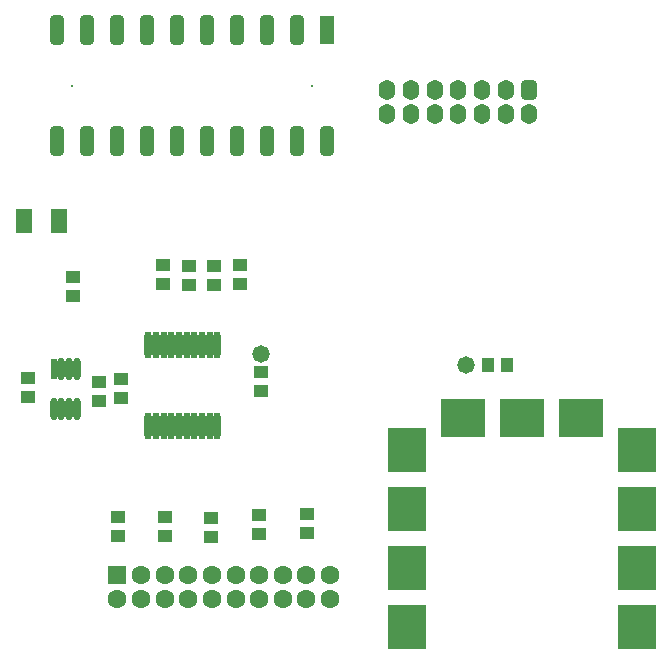
<source format=gbr>
%TF.GenerationSoftware,Altium Limited,Altium Designer,23.5.1 (21)*%
G04 Layer_Color=16711935*
%FSLAX45Y45*%
%MOMM*%
%TF.SameCoordinates,246B43F8-C8EE-452E-B3C0-F8779A116AF4*%
%TF.FilePolarity,Negative*%
%TF.FileFunction,Soldermask,Bot*%
%TF.Part,Single*%
G01*
G75*
%TA.AperFunction,ComponentPad*%
%ADD30C,0.20320*%
%ADD31O,1.40320X1.70320*%
G04:AMPARAMS|DCode=32|XSize=1.7032mm|YSize=1.4032mm|CornerRadius=0.4016mm|HoleSize=0mm|Usage=FLASHONLY|Rotation=90.000|XOffset=0mm|YOffset=0mm|HoleType=Round|Shape=RoundedRectangle|*
%AMROUNDEDRECTD32*
21,1,1.70320,0.60000,0,0,90.0*
21,1,0.90000,1.40320,0,0,90.0*
1,1,0.80320,0.30000,0.45000*
1,1,0.80320,0.30000,-0.45000*
1,1,0.80320,-0.30000,-0.45000*
1,1,0.80320,-0.30000,0.45000*
%
%ADD32ROUNDEDRECTD32*%
%ADD33C,1.60320*%
%ADD34R,1.60320X1.60320*%
%TA.AperFunction,ViaPad*%
%ADD35C,1.47320*%
%TA.AperFunction,SMDPad,CuDef*%
G04:AMPARAMS|DCode=36|XSize=2.4892mm|YSize=1.2192mm|CornerRadius=0.3556mm|HoleSize=0mm|Usage=FLASHONLY|Rotation=90.000|XOffset=0mm|YOffset=0mm|HoleType=Round|Shape=RoundedRectangle|*
%AMROUNDEDRECTD36*
21,1,2.48920,0.50800,0,0,90.0*
21,1,1.77800,1.21920,0,0,90.0*
1,1,0.71120,0.25400,0.88900*
1,1,0.71120,0.25400,-0.88900*
1,1,0.71120,-0.25400,-0.88900*
1,1,0.71120,-0.25400,0.88900*
%
%ADD36ROUNDEDRECTD36*%
%ADD37R,1.21920X2.48920*%
%ADD38R,1.20320X1.10320*%
%ADD39R,0.60320X1.80320*%
G04:AMPARAMS|DCode=40|XSize=1.8032mm|YSize=0.6032mm|CornerRadius=0.2016mm|HoleSize=0mm|Usage=FLASHONLY|Rotation=270.000|XOffset=0mm|YOffset=0mm|HoleType=Round|Shape=RoundedRectangle|*
%AMROUNDEDRECTD40*
21,1,1.80320,0.20000,0,0,270.0*
21,1,1.40000,0.60320,0,0,270.0*
1,1,0.40320,-0.10000,-0.70000*
1,1,0.40320,-0.10000,0.70000*
1,1,0.40320,0.10000,0.70000*
1,1,0.40320,0.10000,-0.70000*
%
%ADD40ROUNDEDRECTD40*%
%ADD41R,1.10320X1.20320*%
%ADD42R,1.35320X2.00320*%
%ADD43R,3.20320X3.70320*%
%ADD44R,3.70320X3.20320*%
%ADD45O,0.60320X2.30320*%
D30*
X660400Y5346700D02*
D03*
X2692400D02*
D03*
D31*
X3333600Y5108800D02*
D03*
X3333600Y5308800D02*
D03*
X3533600Y5108800D02*
D03*
Y5308800D02*
D03*
X3733600Y5108800D02*
D03*
Y5308800D02*
D03*
X3933600Y5108800D02*
D03*
Y5308800D02*
D03*
X4133600Y5108800D02*
D03*
Y5308800D02*
D03*
X4333600Y5108800D02*
D03*
X4533600D02*
D03*
X4333600Y5308800D02*
D03*
D32*
X4533600D02*
D03*
D33*
X2847900Y1003300D02*
D03*
X2647900D02*
D03*
X2447900D02*
D03*
X2247900D02*
D03*
X2047900D02*
D03*
X1847900D02*
D03*
X1647900D02*
D03*
X1447900D02*
D03*
X1247899D02*
D03*
X1047899D02*
D03*
X2847900Y1203300D02*
D03*
X2647900D02*
D03*
X2447900D02*
D03*
X2247900D02*
D03*
X2047900D02*
D03*
X1847900D02*
D03*
X1647900D02*
D03*
X1447900D02*
D03*
X1247899D02*
D03*
D34*
X1047899D02*
D03*
D35*
X2260600Y3073400D02*
D03*
X4000500Y2984500D02*
D03*
D36*
X533400Y5816600D02*
D03*
X787400D02*
D03*
X1041400D02*
D03*
X1295400D02*
D03*
X1549400D02*
D03*
X1803400D02*
D03*
X2057400D02*
D03*
X2311400D02*
D03*
X2565400D02*
D03*
X533400Y4876800D02*
D03*
X787400D02*
D03*
X1041400D02*
D03*
X1295400D02*
D03*
X1549400D02*
D03*
X1803400D02*
D03*
X2057400D02*
D03*
X2311400D02*
D03*
X2565400D02*
D03*
X2819400D02*
D03*
D37*
Y5816600D02*
D03*
D38*
X1054100Y1532900D02*
D03*
Y1692900D02*
D03*
X1447800Y1532900D02*
D03*
Y1692900D02*
D03*
X1841500Y1529100D02*
D03*
Y1689100D02*
D03*
X2247900Y1554500D02*
D03*
Y1714500D02*
D03*
X2654300Y1558300D02*
D03*
Y1718300D02*
D03*
X2260600Y2761000D02*
D03*
Y2921000D02*
D03*
X889000Y2675900D02*
D03*
Y2835900D02*
D03*
X1079500Y2701300D02*
D03*
Y2861300D02*
D03*
X292100Y2714000D02*
D03*
Y2874000D02*
D03*
X2082800Y3830300D02*
D03*
Y3670300D02*
D03*
X1866900Y3822700D02*
D03*
Y3662700D02*
D03*
X1651000Y3822700D02*
D03*
Y3662700D02*
D03*
X1435100Y3830300D02*
D03*
Y3670300D02*
D03*
X673100Y3728700D02*
D03*
Y3568700D02*
D03*
D39*
X508000Y2946400D02*
D03*
D40*
X573000D02*
D03*
X638000D02*
D03*
X703000D02*
D03*
X508000Y2606400D02*
D03*
X573000D02*
D03*
X638000D02*
D03*
X703000D02*
D03*
D41*
X4347200Y2984500D02*
D03*
X4187200D02*
D03*
D42*
X256400Y4203700D02*
D03*
X556400D02*
D03*
D43*
X3495400Y761300D02*
D03*
Y1261300D02*
D03*
Y1761300D02*
D03*
Y2261300D02*
D03*
X5445400Y761300D02*
D03*
Y1261300D02*
D03*
Y1761300D02*
D03*
Y2261300D02*
D03*
D44*
X3970400Y2536300D02*
D03*
X4470400D02*
D03*
X4970400D02*
D03*
D45*
X1307700Y3151700D02*
D03*
X1372700D02*
D03*
X1437700D02*
D03*
X1502700D02*
D03*
X1567700D02*
D03*
X1632700D02*
D03*
X1697700D02*
D03*
X1762700D02*
D03*
X1827700D02*
D03*
X1892700D02*
D03*
X1307700Y2461700D02*
D03*
X1372700D02*
D03*
X1437700D02*
D03*
X1502700D02*
D03*
X1567700D02*
D03*
X1632700D02*
D03*
X1697700D02*
D03*
X1762700D02*
D03*
X1827700D02*
D03*
X1892700D02*
D03*
%TF.MD5,5bf3c3eb22cff96472e681042041c737*%
M02*

</source>
